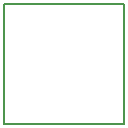
<source format=gbr>
G04 #@! TF.GenerationSoftware,KiCad,Pcbnew,5.1.4-e60b266~84~ubuntu18.04.1*
G04 #@! TF.CreationDate,2019-10-16T13:57:05-06:00*
G04 #@! TF.ProjectId,001,3030312e-6b69-4636-9164-5f7063625858,rev?*
G04 #@! TF.SameCoordinates,Original*
G04 #@! TF.FileFunction,Profile,NP*
%FSLAX46Y46*%
G04 Gerber Fmt 4.6, Leading zero omitted, Abs format (unit mm)*
G04 Created by KiCad (PCBNEW 5.1.4-e60b266~84~ubuntu18.04.1) date 2019-10-16 13:57:05*
%MOMM*%
%LPD*%
G04 APERTURE LIST*
%ADD10C,0.152400*%
G04 APERTURE END LIST*
D10*
X154305000Y-100330000D02*
X164465000Y-100330000D01*
X154305000Y-90170000D02*
X154305000Y-100330000D01*
X164465000Y-90170000D02*
X154305000Y-90170000D01*
X164465000Y-100330000D02*
X164465000Y-90170000D01*
M02*

</source>
